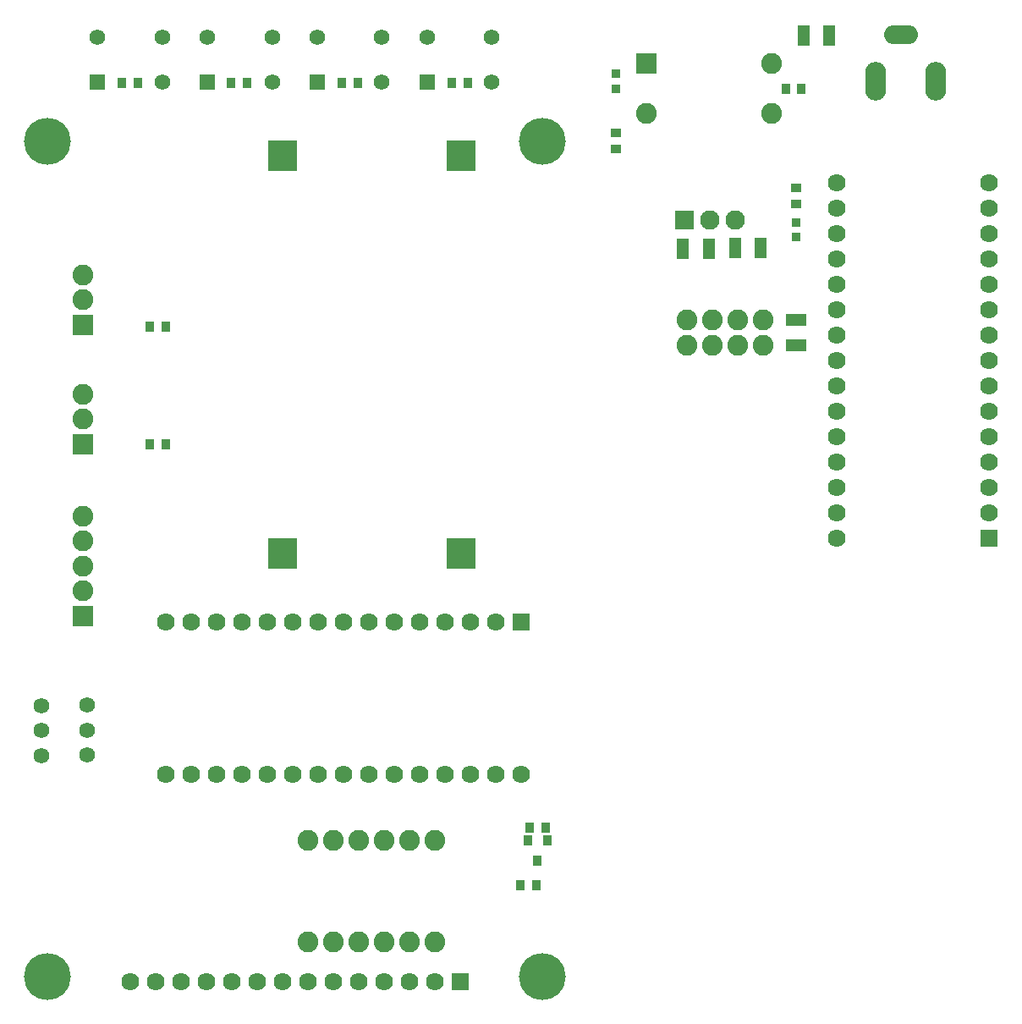
<source format=gts>
G04*
G04 #@! TF.GenerationSoftware,Altium Limited,Altium Designer,24.9.1 (31)*
G04*
G04 Layer_Color=8388736*
%FSLAX44Y44*%
%MOMM*%
G71*
G04*
G04 #@! TF.SameCoordinates,08A160DE-048D-4C44-B89D-0D19DBCE6055*
G04*
G04*
G04 #@! TF.FilePolarity,Negative*
G04*
G01*
G75*
G04:AMPARAMS|DCode=22|XSize=1.18mm|YSize=2.08mm|CornerRadius=0.095mm|HoleSize=0mm|Usage=FLASHONLY|Rotation=0.000|XOffset=0mm|YOffset=0mm|HoleType=Round|Shape=RoundedRectangle|*
%AMROUNDEDRECTD22*
21,1,1.1800,1.8900,0,0,0.0*
21,1,0.9900,2.0800,0,0,0.0*
1,1,0.1900,0.4950,-0.9450*
1,1,0.1900,-0.4950,-0.9450*
1,1,0.1900,-0.4950,0.9450*
1,1,0.1900,0.4950,0.9450*
%
%ADD22ROUNDEDRECTD22*%
G04:AMPARAMS|DCode=23|XSize=0.88mm|YSize=1.08mm|CornerRadius=0.08mm|HoleSize=0mm|Usage=FLASHONLY|Rotation=180.000|XOffset=0mm|YOffset=0mm|HoleType=Round|Shape=RoundedRectangle|*
%AMROUNDEDRECTD23*
21,1,0.8800,0.9200,0,0,180.0*
21,1,0.7200,1.0800,0,0,180.0*
1,1,0.1600,-0.3600,0.4600*
1,1,0.1600,0.3600,0.4600*
1,1,0.1600,0.3600,-0.4600*
1,1,0.1600,-0.3600,-0.4600*
%
%ADD23ROUNDEDRECTD23*%
%ADD24R,0.8800X0.8800*%
G04:AMPARAMS|DCode=25|XSize=1.18mm|YSize=2.08mm|CornerRadius=0.095mm|HoleSize=0mm|Usage=FLASHONLY|Rotation=90.000|XOffset=0mm|YOffset=0mm|HoleType=Round|Shape=RoundedRectangle|*
%AMROUNDEDRECTD25*
21,1,1.1800,1.8900,0,0,90.0*
21,1,0.9900,2.0800,0,0,90.0*
1,1,0.1900,0.9450,0.4950*
1,1,0.1900,0.9450,-0.4950*
1,1,0.1900,-0.9450,-0.4950*
1,1,0.1900,-0.9450,0.4950*
%
%ADD25ROUNDEDRECTD25*%
G04:AMPARAMS|DCode=26|XSize=0.88mm|YSize=1.08mm|CornerRadius=0.08mm|HoleSize=0mm|Usage=FLASHONLY|Rotation=270.000|XOffset=0mm|YOffset=0mm|HoleType=Round|Shape=RoundedRectangle|*
%AMROUNDEDRECTD26*
21,1,0.8800,0.9200,0,0,270.0*
21,1,0.7200,1.0800,0,0,270.0*
1,1,0.1600,-0.4600,-0.3600*
1,1,0.1600,-0.4600,0.3600*
1,1,0.1600,0.4600,0.3600*
1,1,0.1600,0.4600,-0.3600*
%
%ADD26ROUNDEDRECTD26*%
G04:AMPARAMS|DCode=27|XSize=0.88mm|YSize=0.98mm|CornerRadius=0.08mm|HoleSize=0mm|Usage=FLASHONLY|Rotation=0.000|XOffset=0mm|YOffset=0mm|HoleType=Round|Shape=RoundedRectangle|*
%AMROUNDEDRECTD27*
21,1,0.8800,0.8200,0,0,0.0*
21,1,0.7200,0.9800,0,0,0.0*
1,1,0.1600,0.3600,-0.4100*
1,1,0.1600,-0.3600,-0.4100*
1,1,0.1600,-0.3600,0.4100*
1,1,0.1600,0.3600,0.4100*
%
%ADD27ROUNDEDRECTD27*%
%ADD28R,2.0800X2.0800*%
%ADD29C,2.0800*%
%ADD30O,3.3800X1.8800*%
%ADD31O,2.0800X3.8800*%
%ADD32C,1.7800*%
%ADD33R,1.7800X1.7800*%
%ADD34C,1.9469*%
%ADD35R,1.9469X1.9469*%
%ADD36R,1.7800X1.7800*%
%ADD37R,2.0800X2.0800*%
%ADD38C,1.5800*%
%ADD39C,4.6800*%
%ADD40R,2.8800X3.0800*%
%ADD41R,1.5780X1.5780*%
%ADD42C,1.5780*%
D22*
X858820Y2976880D02*
D03*
X832820D02*
D03*
X738170Y2763520D02*
D03*
X712170D02*
D03*
X764240Y2764790D02*
D03*
X790240D02*
D03*
D23*
X830960Y2923540D02*
D03*
X814960D02*
D03*
X260224Y2929890D02*
D03*
X276224D02*
D03*
X481204D02*
D03*
X497204D02*
D03*
X370714D02*
D03*
X386714D02*
D03*
X178944Y2567940D02*
D03*
X194944D02*
D03*
X574674Y2184400D02*
D03*
X558674D02*
D03*
X151004Y2929890D02*
D03*
X167004D02*
D03*
X549784Y2127250D02*
D03*
X565784D02*
D03*
X194944Y2686050D02*
D03*
X178944D02*
D03*
D24*
X645160Y2938660D02*
D03*
Y2923660D02*
D03*
X825500Y2790070D02*
D03*
Y2775070D02*
D03*
D25*
Y2692700D02*
D03*
Y2666700D02*
D03*
D26*
Y2808860D02*
D03*
Y2824860D02*
D03*
X645160Y2879470D02*
D03*
Y2863470D02*
D03*
D27*
X576474Y2171540D02*
D03*
X556874D02*
D03*
X566674Y2151540D02*
D03*
D28*
X675640Y2949410D02*
D03*
D29*
X800640D02*
D03*
X675640Y2899410D02*
D03*
X800640D02*
D03*
X716280Y2667000D02*
D03*
Y2692400D02*
D03*
X741680Y2667000D02*
D03*
Y2692400D02*
D03*
X767080Y2667000D02*
D03*
Y2692400D02*
D03*
X792480Y2667000D02*
D03*
Y2692400D02*
D03*
X111804Y2496420D02*
D03*
Y2471420D02*
D03*
Y2446420D02*
D03*
Y2421420D02*
D03*
X463804Y2070100D02*
D03*
Y2171700D02*
D03*
X362204Y2070100D02*
D03*
X336804D02*
D03*
X413004D02*
D03*
X387604D02*
D03*
X438404D02*
D03*
X362204Y2171700D02*
D03*
X336804D02*
D03*
X413004D02*
D03*
X387604D02*
D03*
X438404D02*
D03*
X112014Y2737720D02*
D03*
Y2712720D02*
D03*
Y2618340D02*
D03*
Y2593340D02*
D03*
D30*
X930200Y2977660D02*
D03*
D31*
X965200Y2931160D02*
D03*
X905200D02*
D03*
D32*
X866140Y2473960D02*
D03*
Y2499360D02*
D03*
Y2524760D02*
D03*
Y2550160D02*
D03*
Y2575560D02*
D03*
Y2600960D02*
D03*
Y2626360D02*
D03*
Y2651760D02*
D03*
Y2677160D02*
D03*
Y2702560D02*
D03*
Y2727960D02*
D03*
Y2753360D02*
D03*
Y2778760D02*
D03*
Y2804160D02*
D03*
Y2829560D02*
D03*
X1018540D02*
D03*
Y2804160D02*
D03*
Y2778760D02*
D03*
Y2753360D02*
D03*
Y2727960D02*
D03*
Y2702560D02*
D03*
Y2677160D02*
D03*
Y2651760D02*
D03*
Y2626360D02*
D03*
Y2600960D02*
D03*
Y2575560D02*
D03*
Y2550160D02*
D03*
Y2524760D02*
D03*
Y2499360D02*
D03*
X463804Y2030730D02*
D03*
X438404D02*
D03*
X413004D02*
D03*
X387604D02*
D03*
X362204D02*
D03*
X336804D02*
D03*
X311404D02*
D03*
X286004D02*
D03*
X260604D02*
D03*
X235204D02*
D03*
X209804D02*
D03*
X184404D02*
D03*
X159004D02*
D03*
X550164Y2237740D02*
D03*
X524764D02*
D03*
X499364D02*
D03*
X473964D02*
D03*
X448564D02*
D03*
X423164D02*
D03*
X397764D02*
D03*
X372364D02*
D03*
X346964D02*
D03*
X321564D02*
D03*
X296164D02*
D03*
X270764D02*
D03*
X245364D02*
D03*
X219964D02*
D03*
X194564D02*
D03*
Y2390140D02*
D03*
X219964D02*
D03*
X245364D02*
D03*
X270764D02*
D03*
X296164D02*
D03*
X321564D02*
D03*
X346964D02*
D03*
X372364D02*
D03*
X397764D02*
D03*
X423164D02*
D03*
X448564D02*
D03*
X473964D02*
D03*
X499364D02*
D03*
X524764D02*
D03*
D33*
X1018540Y2473960D02*
D03*
D34*
X764540Y2792730D02*
D03*
X739140D02*
D03*
D35*
X713740D02*
D03*
D36*
X489204Y2030730D02*
D03*
X550164Y2390140D02*
D03*
D37*
X111804Y2396420D02*
D03*
X112014Y2687720D02*
D03*
Y2568340D02*
D03*
D38*
X115614Y2257190D02*
D03*
Y2282190D02*
D03*
Y2307190D02*
D03*
X69894Y2256790D02*
D03*
Y2281790D02*
D03*
Y2306790D02*
D03*
D39*
X76514Y2035890D02*
D03*
X571694D02*
D03*
Y2871410D02*
D03*
X76514D02*
D03*
D40*
X311404Y2458720D02*
D03*
X490474Y2857110D02*
D03*
X311404D02*
D03*
X490474Y2458720D02*
D03*
D41*
X346014Y2930170D02*
D03*
X126014D02*
D03*
X236014D02*
D03*
X456014D02*
D03*
D42*
X411014D02*
D03*
X346014Y2975170D02*
D03*
X411014D02*
D03*
X191014Y2930170D02*
D03*
X126014Y2975170D02*
D03*
X191014D02*
D03*
X301014Y2930170D02*
D03*
X236014Y2975170D02*
D03*
X301014D02*
D03*
X521014Y2930170D02*
D03*
X456014Y2975170D02*
D03*
X521014D02*
D03*
M02*

</source>
